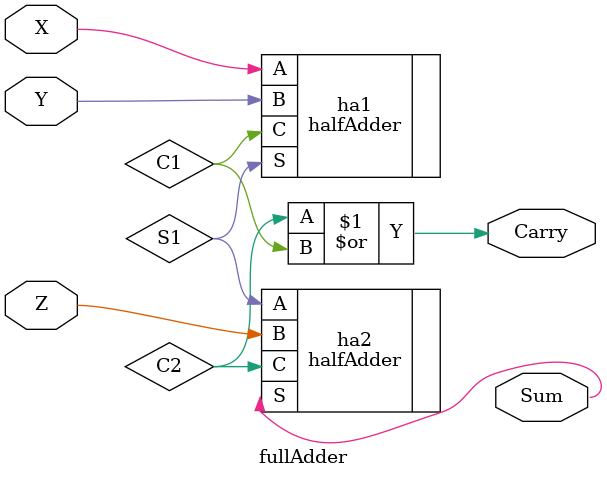
<source format=v>
`include "halfAdder.v"
module fullAdder(X,Y,Z,Carry,Sum);
	input X,Y,Z;
	output Carry,Sum;
	wire C1,C2,S1;	
	halfAdder ha1 (.A(X),.B(Y),.C(C1),.S(S1));
	halfAdder ha2 (.A(S1),.B(Z),.C(C2),.S(Sum));
	assign Carry = C2 | C1;

endmodule

</source>
